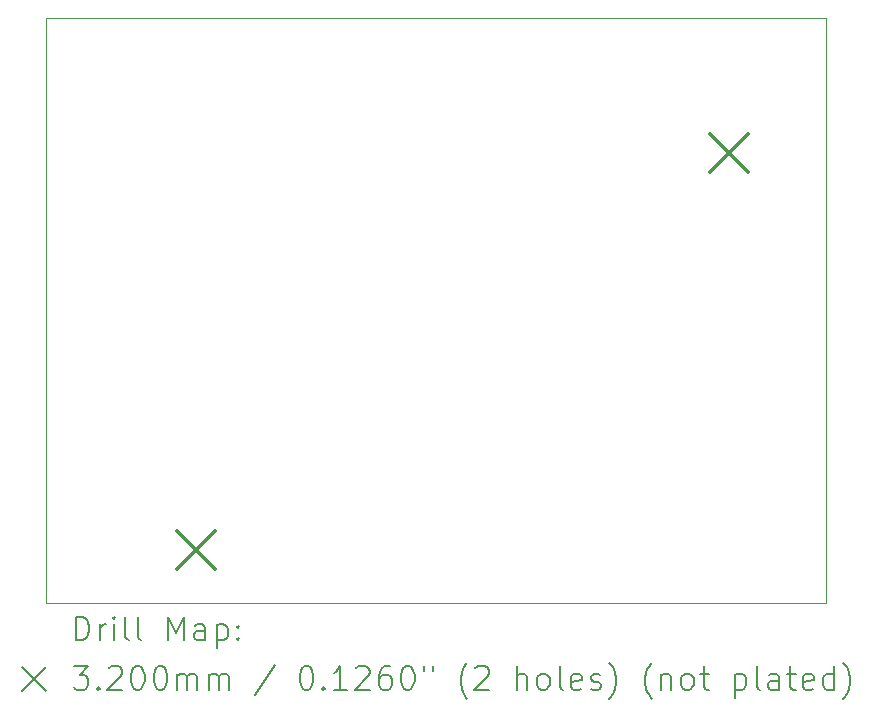
<source format=gbr>
%TF.GenerationSoftware,KiCad,Pcbnew,(6.0.11-0)*%
%TF.CreationDate,2023-05-07T13:50:48+09:00*%
%TF.ProjectId,tubeTest,74756265-5465-4737-942e-6b696361645f,rev?*%
%TF.SameCoordinates,Original*%
%TF.FileFunction,Drillmap*%
%TF.FilePolarity,Positive*%
%FSLAX45Y45*%
G04 Gerber Fmt 4.5, Leading zero omitted, Abs format (unit mm)*
G04 Created by KiCad (PCBNEW (6.0.11-0)) date 2023-05-07 13:50:48*
%MOMM*%
%LPD*%
G01*
G04 APERTURE LIST*
%ADD10C,0.100000*%
%ADD11C,0.200000*%
%ADD12C,0.320000*%
G04 APERTURE END LIST*
D10*
X10922000Y-8128000D02*
X17526000Y-8128000D01*
X10922000Y-13081000D02*
X10922000Y-8128000D01*
X17526000Y-13081000D02*
X10922000Y-13081000D01*
X17526000Y-8128000D02*
X17526000Y-13081000D01*
D11*
D12*
X12032000Y-12476500D02*
X12352000Y-12796500D01*
X12352000Y-12476500D02*
X12032000Y-12796500D01*
X16540500Y-9111000D02*
X16860500Y-9431000D01*
X16860500Y-9111000D02*
X16540500Y-9431000D01*
D11*
X11174619Y-13396476D02*
X11174619Y-13196476D01*
X11222238Y-13196476D01*
X11250809Y-13206000D01*
X11269857Y-13225048D01*
X11279381Y-13244095D01*
X11288905Y-13282190D01*
X11288905Y-13310762D01*
X11279381Y-13348857D01*
X11269857Y-13367905D01*
X11250809Y-13386952D01*
X11222238Y-13396476D01*
X11174619Y-13396476D01*
X11374619Y-13396476D02*
X11374619Y-13263143D01*
X11374619Y-13301238D02*
X11384143Y-13282190D01*
X11393667Y-13272667D01*
X11412714Y-13263143D01*
X11431762Y-13263143D01*
X11498428Y-13396476D02*
X11498428Y-13263143D01*
X11498428Y-13196476D02*
X11488905Y-13206000D01*
X11498428Y-13215524D01*
X11507952Y-13206000D01*
X11498428Y-13196476D01*
X11498428Y-13215524D01*
X11622238Y-13396476D02*
X11603190Y-13386952D01*
X11593667Y-13367905D01*
X11593667Y-13196476D01*
X11727000Y-13396476D02*
X11707952Y-13386952D01*
X11698428Y-13367905D01*
X11698428Y-13196476D01*
X11955571Y-13396476D02*
X11955571Y-13196476D01*
X12022238Y-13339333D01*
X12088905Y-13196476D01*
X12088905Y-13396476D01*
X12269857Y-13396476D02*
X12269857Y-13291714D01*
X12260333Y-13272667D01*
X12241286Y-13263143D01*
X12203190Y-13263143D01*
X12184143Y-13272667D01*
X12269857Y-13386952D02*
X12250809Y-13396476D01*
X12203190Y-13396476D01*
X12184143Y-13386952D01*
X12174619Y-13367905D01*
X12174619Y-13348857D01*
X12184143Y-13329809D01*
X12203190Y-13320286D01*
X12250809Y-13320286D01*
X12269857Y-13310762D01*
X12365095Y-13263143D02*
X12365095Y-13463143D01*
X12365095Y-13272667D02*
X12384143Y-13263143D01*
X12422238Y-13263143D01*
X12441286Y-13272667D01*
X12450809Y-13282190D01*
X12460333Y-13301238D01*
X12460333Y-13358381D01*
X12450809Y-13377428D01*
X12441286Y-13386952D01*
X12422238Y-13396476D01*
X12384143Y-13396476D01*
X12365095Y-13386952D01*
X12546048Y-13377428D02*
X12555571Y-13386952D01*
X12546048Y-13396476D01*
X12536524Y-13386952D01*
X12546048Y-13377428D01*
X12546048Y-13396476D01*
X12546048Y-13272667D02*
X12555571Y-13282190D01*
X12546048Y-13291714D01*
X12536524Y-13282190D01*
X12546048Y-13272667D01*
X12546048Y-13291714D01*
X10717000Y-13626000D02*
X10917000Y-13826000D01*
X10917000Y-13626000D02*
X10717000Y-13826000D01*
X11155571Y-13616476D02*
X11279381Y-13616476D01*
X11212714Y-13692667D01*
X11241286Y-13692667D01*
X11260333Y-13702190D01*
X11269857Y-13711714D01*
X11279381Y-13730762D01*
X11279381Y-13778381D01*
X11269857Y-13797428D01*
X11260333Y-13806952D01*
X11241286Y-13816476D01*
X11184143Y-13816476D01*
X11165095Y-13806952D01*
X11155571Y-13797428D01*
X11365095Y-13797428D02*
X11374619Y-13806952D01*
X11365095Y-13816476D01*
X11355571Y-13806952D01*
X11365095Y-13797428D01*
X11365095Y-13816476D01*
X11450809Y-13635524D02*
X11460333Y-13626000D01*
X11479381Y-13616476D01*
X11527000Y-13616476D01*
X11546048Y-13626000D01*
X11555571Y-13635524D01*
X11565095Y-13654571D01*
X11565095Y-13673619D01*
X11555571Y-13702190D01*
X11441286Y-13816476D01*
X11565095Y-13816476D01*
X11688905Y-13616476D02*
X11707952Y-13616476D01*
X11727000Y-13626000D01*
X11736524Y-13635524D01*
X11746048Y-13654571D01*
X11755571Y-13692667D01*
X11755571Y-13740286D01*
X11746048Y-13778381D01*
X11736524Y-13797428D01*
X11727000Y-13806952D01*
X11707952Y-13816476D01*
X11688905Y-13816476D01*
X11669857Y-13806952D01*
X11660333Y-13797428D01*
X11650809Y-13778381D01*
X11641286Y-13740286D01*
X11641286Y-13692667D01*
X11650809Y-13654571D01*
X11660333Y-13635524D01*
X11669857Y-13626000D01*
X11688905Y-13616476D01*
X11879381Y-13616476D02*
X11898428Y-13616476D01*
X11917476Y-13626000D01*
X11927000Y-13635524D01*
X11936524Y-13654571D01*
X11946048Y-13692667D01*
X11946048Y-13740286D01*
X11936524Y-13778381D01*
X11927000Y-13797428D01*
X11917476Y-13806952D01*
X11898428Y-13816476D01*
X11879381Y-13816476D01*
X11860333Y-13806952D01*
X11850809Y-13797428D01*
X11841286Y-13778381D01*
X11831762Y-13740286D01*
X11831762Y-13692667D01*
X11841286Y-13654571D01*
X11850809Y-13635524D01*
X11860333Y-13626000D01*
X11879381Y-13616476D01*
X12031762Y-13816476D02*
X12031762Y-13683143D01*
X12031762Y-13702190D02*
X12041286Y-13692667D01*
X12060333Y-13683143D01*
X12088905Y-13683143D01*
X12107952Y-13692667D01*
X12117476Y-13711714D01*
X12117476Y-13816476D01*
X12117476Y-13711714D02*
X12127000Y-13692667D01*
X12146048Y-13683143D01*
X12174619Y-13683143D01*
X12193667Y-13692667D01*
X12203190Y-13711714D01*
X12203190Y-13816476D01*
X12298428Y-13816476D02*
X12298428Y-13683143D01*
X12298428Y-13702190D02*
X12307952Y-13692667D01*
X12327000Y-13683143D01*
X12355571Y-13683143D01*
X12374619Y-13692667D01*
X12384143Y-13711714D01*
X12384143Y-13816476D01*
X12384143Y-13711714D02*
X12393667Y-13692667D01*
X12412714Y-13683143D01*
X12441286Y-13683143D01*
X12460333Y-13692667D01*
X12469857Y-13711714D01*
X12469857Y-13816476D01*
X12860333Y-13606952D02*
X12688905Y-13864095D01*
X13117476Y-13616476D02*
X13136524Y-13616476D01*
X13155571Y-13626000D01*
X13165095Y-13635524D01*
X13174619Y-13654571D01*
X13184143Y-13692667D01*
X13184143Y-13740286D01*
X13174619Y-13778381D01*
X13165095Y-13797428D01*
X13155571Y-13806952D01*
X13136524Y-13816476D01*
X13117476Y-13816476D01*
X13098428Y-13806952D01*
X13088905Y-13797428D01*
X13079381Y-13778381D01*
X13069857Y-13740286D01*
X13069857Y-13692667D01*
X13079381Y-13654571D01*
X13088905Y-13635524D01*
X13098428Y-13626000D01*
X13117476Y-13616476D01*
X13269857Y-13797428D02*
X13279381Y-13806952D01*
X13269857Y-13816476D01*
X13260333Y-13806952D01*
X13269857Y-13797428D01*
X13269857Y-13816476D01*
X13469857Y-13816476D02*
X13355571Y-13816476D01*
X13412714Y-13816476D02*
X13412714Y-13616476D01*
X13393667Y-13645048D01*
X13374619Y-13664095D01*
X13355571Y-13673619D01*
X13546048Y-13635524D02*
X13555571Y-13626000D01*
X13574619Y-13616476D01*
X13622238Y-13616476D01*
X13641286Y-13626000D01*
X13650809Y-13635524D01*
X13660333Y-13654571D01*
X13660333Y-13673619D01*
X13650809Y-13702190D01*
X13536524Y-13816476D01*
X13660333Y-13816476D01*
X13831762Y-13616476D02*
X13793667Y-13616476D01*
X13774619Y-13626000D01*
X13765095Y-13635524D01*
X13746048Y-13664095D01*
X13736524Y-13702190D01*
X13736524Y-13778381D01*
X13746048Y-13797428D01*
X13755571Y-13806952D01*
X13774619Y-13816476D01*
X13812714Y-13816476D01*
X13831762Y-13806952D01*
X13841286Y-13797428D01*
X13850809Y-13778381D01*
X13850809Y-13730762D01*
X13841286Y-13711714D01*
X13831762Y-13702190D01*
X13812714Y-13692667D01*
X13774619Y-13692667D01*
X13755571Y-13702190D01*
X13746048Y-13711714D01*
X13736524Y-13730762D01*
X13974619Y-13616476D02*
X13993667Y-13616476D01*
X14012714Y-13626000D01*
X14022238Y-13635524D01*
X14031762Y-13654571D01*
X14041286Y-13692667D01*
X14041286Y-13740286D01*
X14031762Y-13778381D01*
X14022238Y-13797428D01*
X14012714Y-13806952D01*
X13993667Y-13816476D01*
X13974619Y-13816476D01*
X13955571Y-13806952D01*
X13946048Y-13797428D01*
X13936524Y-13778381D01*
X13927000Y-13740286D01*
X13927000Y-13692667D01*
X13936524Y-13654571D01*
X13946048Y-13635524D01*
X13955571Y-13626000D01*
X13974619Y-13616476D01*
X14117476Y-13616476D02*
X14117476Y-13654571D01*
X14193667Y-13616476D02*
X14193667Y-13654571D01*
X14488905Y-13892667D02*
X14479381Y-13883143D01*
X14460333Y-13854571D01*
X14450809Y-13835524D01*
X14441286Y-13806952D01*
X14431762Y-13759333D01*
X14431762Y-13721238D01*
X14441286Y-13673619D01*
X14450809Y-13645048D01*
X14460333Y-13626000D01*
X14479381Y-13597428D01*
X14488905Y-13587905D01*
X14555571Y-13635524D02*
X14565095Y-13626000D01*
X14584143Y-13616476D01*
X14631762Y-13616476D01*
X14650809Y-13626000D01*
X14660333Y-13635524D01*
X14669857Y-13654571D01*
X14669857Y-13673619D01*
X14660333Y-13702190D01*
X14546048Y-13816476D01*
X14669857Y-13816476D01*
X14907952Y-13816476D02*
X14907952Y-13616476D01*
X14993667Y-13816476D02*
X14993667Y-13711714D01*
X14984143Y-13692667D01*
X14965095Y-13683143D01*
X14936524Y-13683143D01*
X14917476Y-13692667D01*
X14907952Y-13702190D01*
X15117476Y-13816476D02*
X15098428Y-13806952D01*
X15088905Y-13797428D01*
X15079381Y-13778381D01*
X15079381Y-13721238D01*
X15088905Y-13702190D01*
X15098428Y-13692667D01*
X15117476Y-13683143D01*
X15146048Y-13683143D01*
X15165095Y-13692667D01*
X15174619Y-13702190D01*
X15184143Y-13721238D01*
X15184143Y-13778381D01*
X15174619Y-13797428D01*
X15165095Y-13806952D01*
X15146048Y-13816476D01*
X15117476Y-13816476D01*
X15298428Y-13816476D02*
X15279381Y-13806952D01*
X15269857Y-13787905D01*
X15269857Y-13616476D01*
X15450809Y-13806952D02*
X15431762Y-13816476D01*
X15393667Y-13816476D01*
X15374619Y-13806952D01*
X15365095Y-13787905D01*
X15365095Y-13711714D01*
X15374619Y-13692667D01*
X15393667Y-13683143D01*
X15431762Y-13683143D01*
X15450809Y-13692667D01*
X15460333Y-13711714D01*
X15460333Y-13730762D01*
X15365095Y-13749809D01*
X15536524Y-13806952D02*
X15555571Y-13816476D01*
X15593667Y-13816476D01*
X15612714Y-13806952D01*
X15622238Y-13787905D01*
X15622238Y-13778381D01*
X15612714Y-13759333D01*
X15593667Y-13749809D01*
X15565095Y-13749809D01*
X15546048Y-13740286D01*
X15536524Y-13721238D01*
X15536524Y-13711714D01*
X15546048Y-13692667D01*
X15565095Y-13683143D01*
X15593667Y-13683143D01*
X15612714Y-13692667D01*
X15688905Y-13892667D02*
X15698428Y-13883143D01*
X15717476Y-13854571D01*
X15727000Y-13835524D01*
X15736524Y-13806952D01*
X15746048Y-13759333D01*
X15746048Y-13721238D01*
X15736524Y-13673619D01*
X15727000Y-13645048D01*
X15717476Y-13626000D01*
X15698428Y-13597428D01*
X15688905Y-13587905D01*
X16050809Y-13892667D02*
X16041286Y-13883143D01*
X16022238Y-13854571D01*
X16012714Y-13835524D01*
X16003190Y-13806952D01*
X15993667Y-13759333D01*
X15993667Y-13721238D01*
X16003190Y-13673619D01*
X16012714Y-13645048D01*
X16022238Y-13626000D01*
X16041286Y-13597428D01*
X16050809Y-13587905D01*
X16127000Y-13683143D02*
X16127000Y-13816476D01*
X16127000Y-13702190D02*
X16136524Y-13692667D01*
X16155571Y-13683143D01*
X16184143Y-13683143D01*
X16203190Y-13692667D01*
X16212714Y-13711714D01*
X16212714Y-13816476D01*
X16336524Y-13816476D02*
X16317476Y-13806952D01*
X16307952Y-13797428D01*
X16298428Y-13778381D01*
X16298428Y-13721238D01*
X16307952Y-13702190D01*
X16317476Y-13692667D01*
X16336524Y-13683143D01*
X16365095Y-13683143D01*
X16384143Y-13692667D01*
X16393667Y-13702190D01*
X16403190Y-13721238D01*
X16403190Y-13778381D01*
X16393667Y-13797428D01*
X16384143Y-13806952D01*
X16365095Y-13816476D01*
X16336524Y-13816476D01*
X16460333Y-13683143D02*
X16536524Y-13683143D01*
X16488905Y-13616476D02*
X16488905Y-13787905D01*
X16498428Y-13806952D01*
X16517476Y-13816476D01*
X16536524Y-13816476D01*
X16755571Y-13683143D02*
X16755571Y-13883143D01*
X16755571Y-13692667D02*
X16774619Y-13683143D01*
X16812714Y-13683143D01*
X16831762Y-13692667D01*
X16841286Y-13702190D01*
X16850810Y-13721238D01*
X16850810Y-13778381D01*
X16841286Y-13797428D01*
X16831762Y-13806952D01*
X16812714Y-13816476D01*
X16774619Y-13816476D01*
X16755571Y-13806952D01*
X16965095Y-13816476D02*
X16946048Y-13806952D01*
X16936524Y-13787905D01*
X16936524Y-13616476D01*
X17127000Y-13816476D02*
X17127000Y-13711714D01*
X17117476Y-13692667D01*
X17098429Y-13683143D01*
X17060333Y-13683143D01*
X17041286Y-13692667D01*
X17127000Y-13806952D02*
X17107952Y-13816476D01*
X17060333Y-13816476D01*
X17041286Y-13806952D01*
X17031762Y-13787905D01*
X17031762Y-13768857D01*
X17041286Y-13749809D01*
X17060333Y-13740286D01*
X17107952Y-13740286D01*
X17127000Y-13730762D01*
X17193667Y-13683143D02*
X17269857Y-13683143D01*
X17222238Y-13616476D02*
X17222238Y-13787905D01*
X17231762Y-13806952D01*
X17250810Y-13816476D01*
X17269857Y-13816476D01*
X17412714Y-13806952D02*
X17393667Y-13816476D01*
X17355571Y-13816476D01*
X17336524Y-13806952D01*
X17327000Y-13787905D01*
X17327000Y-13711714D01*
X17336524Y-13692667D01*
X17355571Y-13683143D01*
X17393667Y-13683143D01*
X17412714Y-13692667D01*
X17422238Y-13711714D01*
X17422238Y-13730762D01*
X17327000Y-13749809D01*
X17593667Y-13816476D02*
X17593667Y-13616476D01*
X17593667Y-13806952D02*
X17574619Y-13816476D01*
X17536524Y-13816476D01*
X17517476Y-13806952D01*
X17507952Y-13797428D01*
X17498429Y-13778381D01*
X17498429Y-13721238D01*
X17507952Y-13702190D01*
X17517476Y-13692667D01*
X17536524Y-13683143D01*
X17574619Y-13683143D01*
X17593667Y-13692667D01*
X17669857Y-13892667D02*
X17679381Y-13883143D01*
X17698429Y-13854571D01*
X17707952Y-13835524D01*
X17717476Y-13806952D01*
X17727000Y-13759333D01*
X17727000Y-13721238D01*
X17717476Y-13673619D01*
X17707952Y-13645048D01*
X17698429Y-13626000D01*
X17679381Y-13597428D01*
X17669857Y-13587905D01*
M02*

</source>
